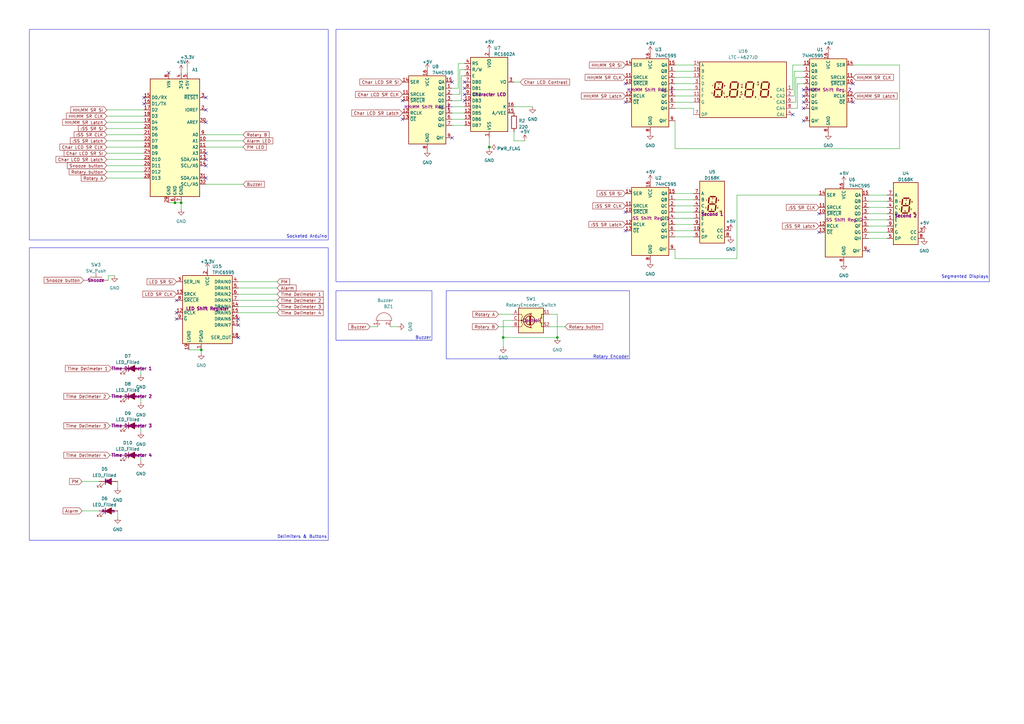
<source format=kicad_sch>
(kicad_sch (version 20230121) (generator eeschema)
  (paper "A3")
  (lib_symbols
    (symbol "74xx:74HC595"
      (property "Reference" "U" (at -7.62 13.97 0))
      (property "Value" "74HC595" (at -7.62 -16.51 0))
      (symbol "74HC595_1_0"
        (pin tri_state line (at 10.16 7.62 180) (length 2.54) (name "QB") (number "1"))
        (pin input line (at -10.16 2.54 0) (length 2.54) (name "~{SRCLR}") (number "10"))
        (pin input line (at -10.16 5.08 0) (length 2.54) (name "SRCLK") (number "11"))
        (pin input line (at -10.16 -2.54 0) (length 2.54) (name "RCLK") (number "12"))
        (pin input line (at -10.16 -5.08 0) (length 2.54) (name "~{OE}") (number "13"))
        (pin input line (at -10.16 10.16 0) (length 2.54) (name "SER") (number "14"))
        (pin tri_state line (at 10.16 10.16 180) (length 2.54) (name "QA") (number "15"))
        (pin power_in line (at 0 15.24 270) (length 2.54) (name "VCC") (number "16"))
        (pin tri_state line (at 10.16 5.08 180) (length 2.54) (name "QC") (number "2"))
        (pin tri_state line (at 10.16 2.54 180) (length 2.54) (name "QD") (number "3"))
        (pin tri_state line (at 10.16 0 180) (length 2.54) (name "QE") (number "4"))
        (pin tri_state line (at 10.16 -2.54 180) (length 2.54) (name "QF") (number "5"))
        (pin tri_state line (at 10.16 -5.08 180) (length 2.54) (name "QG") (number "6"))
        (pin tri_state line (at 10.16 -7.62 180) (length 2.54) (name "QH") (number "7"))
        (pin power_in line (at 0 -17.78 90) (length 2.54) (name "GND") (number "8"))
        (pin output line (at 10.16 -12.7 180) (length 2.54) (name "QH'") (number "9"))
      )
      (symbol "74HC595_1_1"
        (rectangle (start -7.62 12.7) (end 7.62 -15.24) (stroke (width 0.254)) (fill (type background)))
      )
    )
    (symbol "Device:Buzzer" (pin_names (offset 0.0254) hide)
      (property "Reference" "BZ" (at 3.81 1.27 0))
      (property "Value" "Buzzer" (at 3.81 -1.27 0))
      (symbol "Buzzer_0_1"
        (arc (start 0 -3.175) (mid 3.1612 0) (end 0 3.175))
        (polyline (pts (xy -1.651 1.905) (xy -1.143 1.905)))
        (polyline (pts (xy -1.397 2.159) (xy -1.397 1.651)))
        (polyline (pts (xy 0 3.175) (xy 0 -3.175)))
      )
      (symbol "Buzzer_1_1"
        (pin passive line (at -2.54 2.54 0) (length 2.54) (name "-") (number "1"))
        (pin passive line (at -2.54 -2.54 0) (length 2.54) (name "+") (number "2"))
      )
    )
    (symbol "Device:LED_Filled" (pin_numbers hide) (pin_names (offset 1.016) hide)
      (property "Reference" "D" (at 0 2.54 0))
      (property "Value" "LED_Filled" (at 0 -2.54 0))
      (symbol "LED_Filled_0_1"
        (polyline (pts (xy -1.27 -1.27) (xy -1.27 1.27)) (stroke (width 0.254)))
        (polyline (pts (xy -1.27 0) (xy 1.27 0)))
        (polyline (pts (xy 1.27 -1.27) (xy 1.27 1.27) (xy -1.27 0) (xy 1.27 -1.27)) (stroke (width 0.254)) (fill (type outline)))
        (polyline (pts (xy -3.048 -0.762) (xy -4.572 -2.286) (xy -3.81 -2.286) (xy -4.572 -2.286) (xy -4.572 -1.524)))
        (polyline (pts (xy -1.778 -0.762) (xy -3.302 -2.286) (xy -2.54 -2.286) (xy -3.302 -2.286) (xy -3.302 -1.524)))
      )
      (symbol "LED_Filled_1_1"
        (pin passive line (at -3.81 0 0) (length 2.54) (name "K") (number "1"))
        (pin passive line (at 3.81 0 180) (length 2.54) (name "A") (number "2"))
      )
    )
    (symbol "Device:R" (pin_numbers hide) (pin_names (offset 0))
      (property "Reference" "R" (at 2.032 0 90))
      (property "Value" "R" (at 0 0 90))
      (symbol "R_0_1"
        (rectangle (start -1.016 -2.54) (end 1.016 2.54) (stroke (width 0.254)))
      )
      (symbol "R_1_1"
        (pin passive line (at 0 3.81 270) (length 1.27) (name "~") (number "1"))
        (pin passive line (at 0 -3.81 90) (length 1.27) (name "~") (number "2"))
      )
    )
    (symbol "Device:RotaryEncoder_Switch" (pin_names (offset 0.254) hide)
      (property "Reference" "SW" (at 0 6.604 0))
      (property "Value" "RotaryEncoder_Switch" (at 0 -6.604 0))
      (symbol "RotaryEncoder_Switch_0_1"
        (rectangle (start -5.08 5.08) (end 5.08 -5.08) (stroke (width 0.254)) (fill (type background)))
        (circle (center -3.81 0) (radius 0.254) (fill (type outline)))
        (circle (center -0.381 0) (radius 1.905) (stroke (width 0.254)))
        (arc (start -0.381 2.667) (mid -3.0988 -0.0635) (end -0.381 -2.794) (stroke (width 0.254)))
        (polyline (pts (xy -0.635 -1.778) (xy -0.635 1.778)) (stroke (width 0.254)))
        (polyline (pts (xy -0.381 -1.778) (xy -0.381 1.778)) (stroke (width 0.254)))
        (polyline (pts (xy -0.127 1.778) (xy -0.127 -1.778)) (stroke (width 0.254)))
        (polyline (pts (xy 3.81 0) (xy 3.429 0)) (stroke (width 0.254)))
        (polyline (pts (xy 3.81 1.016) (xy 3.81 -1.016)) (stroke (width 0.254)))
        (polyline (pts (xy -5.08 -2.54) (xy -3.81 -2.54) (xy -3.81 -2.032)))
        (polyline (pts (xy -5.08 2.54) (xy -3.81 2.54) (xy -3.81 2.032)))
        (polyline (pts (xy 0.254 -3.048) (xy -0.508 -2.794) (xy 0.127 -2.413)) (stroke (width 0.254)))
        (polyline (pts (xy 0.254 2.921) (xy -0.508 2.667) (xy 0.127 2.286)) (stroke (width 0.254)))
        (polyline (pts (xy 5.08 -2.54) (xy 4.318 -2.54) (xy 4.318 -1.016)) (stroke (width 0.254)))
        (polyline (pts (xy 5.08 2.54) (xy 4.318 2.54) (xy 4.318 1.016)) (stroke (width 0.254)))
        (polyline (pts (xy -5.08 0) (xy -3.81 0) (xy -3.81 -1.016) (xy -3.302 -2.032)))
        (polyline (pts (xy -4.318 0) (xy -3.81 0) (xy -3.81 1.016) (xy -3.302 2.032)))
        (circle (center 4.318 -1.016) (radius 0.127) (stroke (width 0.254)))
        (circle (center 4.318 1.016) (radius 0.127) (stroke (width 0.254)))
      )
      (symbol "RotaryEncoder_Switch_1_1"
        (pin passive line (at -7.62 2.54 0) (length 2.54) (name "A") (number "A"))
        (pin passive line (at -7.62 -2.54 0) (length 2.54) (name "B") (number "B"))
        (pin passive line (at -7.62 0 0) (length 2.54) (name "C") (number "C"))
        (pin passive line (at 7.62 2.54 180) (length 2.54) (name "S1") (number "S1"))
        (pin passive line (at 7.62 -2.54 180) (length 2.54) (name "S2") (number "S2"))
      )
    )
    (symbol "Display_Character:D168K"
      (property "Reference" "U" (at -2.54 13.97 0))
      (property "Value" "D168K" (at 1.27 13.97 0))
      (symbol "D168K_0_0"
        (text "A" (at 0.254 5.588 0) (effects (font (size 0.508 0.508))))
        (text "B" (at 2.54 4.826 0) (effects (font (size 0.508 0.508))))
        (text "C" (at 2.286 1.778 0) (effects (font (size 0.508 0.508))))
        (text "D" (at -0.254 1.016 0) (effects (font (size 0.508 0.508))))
        (text "DP" (at 3.556 0.254 0) (effects (font (size 0.508 0.508))))
        (text "E" (at -2.54 1.778 0) (effects (font (size 0.508 0.508))))
        (text "F" (at -2.286 4.826 0) (effects (font (size 0.508 0.508))))
        (text "G" (at 0 4.064 0) (effects (font (size 0.508 0.508))))
      )
      (symbol "D168K_0_1"
        (rectangle (start -5.08 12.7) (end 5.08 -12.7) (stroke (width 0.254)) (fill (type background)))
        (polyline (pts (xy -1.524 2.794) (xy -1.778 0.762)) (stroke (width 0.508)))
        (polyline (pts (xy -1.27 0.254) (xy 0.762 0.254)) (stroke (width 0.508)))
        (polyline (pts (xy -1.27 5.842) (xy -1.524 3.81)) (stroke (width 0.508)))
        (polyline (pts (xy -1.016 3.302) (xy 1.016 3.302)) (stroke (width 0.508)))
        (polyline (pts (xy -0.762 6.35) (xy 1.27 6.35)) (stroke (width 0.508)))
        (polyline (pts (xy 1.524 2.794) (xy 1.27 0.762)) (stroke (width 0.508)))
        (polyline (pts (xy 1.778 5.842) (xy 1.524 3.81)) (stroke (width 0.508)))
        (polyline (pts (xy 2.54 0.254) (xy 2.54 0.254)) (stroke (width 0.508)))
      )
      (symbol "D168K_1_1"
        (pin input line (at -7.62 -2.54 0) (length 2.54) (name "E") (number "1"))
        (pin input line (at -7.62 -7.62 0) (length 2.54) (name "G") (number "10"))
        (pin input line (at -7.62 0 0) (length 2.54) (name "D") (number "2"))
        (pin input line (at 7.62 -7.62 180) (length 2.54) (name "CC") (number "3"))
        (pin input line (at -7.62 2.54 0) (length 2.54) (name "C") (number "4"))
        (pin input line (at -7.62 -10.16 0) (length 2.54) (name "DP") (number "5"))
        (pin input line (at -7.62 5.08 0) (length 2.54) (name "B") (number "6"))
        (pin input line (at -7.62 7.62 0) (length 2.54) (name "A") (number "7"))
        (pin input line (at 7.62 -10.16 180) (length 2.54) (name "CC") (number "8"))
        (pin input line (at -7.62 -5.08 0) (length 2.54) (name "F") (number "9"))
      )
    )
    (symbol "Display_Character:LTC-4627JD"
      (property "Reference" "U" (at -17.78 12.7 0))
      (property "Value" "LTC-4627JD" (at 17.78 12.7 0))
      (symbol "LTC-4627JD_0_1"
        (rectangle (start -17.78 -11.43) (end 17.78 11.43) (stroke (width 0.254)) (fill (type background)))
        (rectangle (start -6.35 -3.81) (end -6.35 -3.81) (stroke (width 0.254)))
        (rectangle (start 0 -3.81) (end 0 -3.81) (stroke (width 0.254)))
        (polyline (pts (xy -6.35 -3.81) (xy -6.35 -3.81)) (stroke (width 0.254)))
        (polyline (pts (xy 0 -3.81) (xy 0 -3.81)) (stroke (width 0.254)))
        (polyline (pts (xy 6.35 -3.81) (xy 6.35 -3.81)) (stroke (width 0.254)))
        (polyline (pts (xy 12.7 -3.81) (xy 12.7 -3.81)) (stroke (width 0.254)))
        (rectangle (start 6.35 -3.81) (end 6.35 -3.81) (stroke (width 0.254)))
        (rectangle (start 12.7 -3.81) (end 12.7 -3.81) (stroke (width 0.254)))
      )
      (symbol "LTC-4627JD_1_0"
        (text "A" (at -9.906 2.413 0) (effects (font (size 0.508 0.508))))
        (text "B" (at -7.62 1.651 0) (effects (font (size 0.508 0.508))))
        (text "C" (at -7.874 -1.397 0) (effects (font (size 0.508 0.508))))
        (text "D" (at -10.414 -2.159 0) (effects (font (size 0.508 0.508))))
        (text "DP" (at -6.604 -2.921 0) (effects (font (size 0.508 0.508))))
        (text "E" (at -12.7 -1.397 0) (effects (font (size 0.508 0.508))))
        (text "F" (at -12.446 1.651 0) (effects (font (size 0.508 0.508))))
        (text "G" (at -10.16 0.889 0) (effects (font (size 0.508 0.508))))
        (text "L1" (at -0.508 2.159 0) (effects (font (size 0.508 0.508))))
        (text "L2" (at -0.762 -1.905 0) (effects (font (size 0.508 0.508))))
        (text "L3" (at 6.096 2.159 0) (effects (font (size 0.508 0.508))))
      )
      (symbol "LTC-4627JD_1_1"
        (polyline (pts (xy -11.684 -0.381) (xy -11.938 -2.413)) (stroke (width 0.508)))
        (polyline (pts (xy -11.43 -2.921) (xy -9.398 -2.921)) (stroke (width 0.508)))
        (polyline (pts (xy -11.43 2.667) (xy -11.684 0.635)) (stroke (width 0.508)))
        (polyline (pts (xy -11.176 0.127) (xy -9.144 0.127)) (stroke (width 0.508)))
        (polyline (pts (xy -10.922 3.175) (xy -8.89 3.175)) (stroke (width 0.508)))
        (polyline (pts (xy -8.636 -0.381) (xy -8.89 -2.413)) (stroke (width 0.508)))
        (polyline (pts (xy -8.382 2.667) (xy -8.636 0.635)) (stroke (width 0.508)))
        (polyline (pts (xy -7.62 -3.048) (xy -7.62 -2.921)) (stroke (width 0.508)))
        (polyline (pts (xy -5.334 -0.381) (xy -5.588 -2.413)) (stroke (width 0.508)))
        (polyline (pts (xy -5.08 -2.921) (xy -3.048 -2.921)) (stroke (width 0.508)))
        (polyline (pts (xy -5.08 2.667) (xy -5.334 0.635)) (stroke (width 0.508)))
        (polyline (pts (xy -4.826 0.127) (xy -2.794 0.127)) (stroke (width 0.508)))
        (polyline (pts (xy -4.572 3.175) (xy -2.54 3.175)) (stroke (width 0.508)))
        (polyline (pts (xy -2.286 -0.381) (xy -2.54 -2.413)) (stroke (width 0.508)))
        (polyline (pts (xy -2.032 2.667) (xy -2.286 0.635)) (stroke (width 0.508)))
        (polyline (pts (xy -1.27 -3.048) (xy -1.27 -2.921)) (stroke (width 0.508)))
        (polyline (pts (xy -0.762 -1.016) (xy -0.762 -0.889)) (stroke (width 0.508)))
        (polyline (pts (xy -0.508 1.016) (xy -0.508 1.143)) (stroke (width 0.508)))
        (polyline (pts (xy 1.016 -0.381) (xy 0.762 -2.413)) (stroke (width 0.508)))
        (polyline (pts (xy 1.27 -2.921) (xy 3.302 -2.921)) (stroke (width 0.508)))
        (polyline (pts (xy 1.27 2.667) (xy 1.016 0.635)) (stroke (width 0.508)))
        (polyline (pts (xy 1.524 0.127) (xy 3.556 0.127)) (stroke (width 0.508)))
        (polyline (pts (xy 1.778 3.175) (xy 3.81 3.175)) (stroke (width 0.508)))
        (polyline (pts (xy 4.064 -0.381) (xy 3.81 -2.413)) (stroke (width 0.508)))
        (polyline (pts (xy 4.318 2.667) (xy 4.064 0.635)) (stroke (width 0.508)))
        (polyline (pts (xy 5.08 -3.048) (xy 5.08 -2.921)) (stroke (width 0.508)))
        (polyline (pts (xy 6.096 3.048) (xy 6.096 3.175)) (stroke (width 0.508)))
        (polyline (pts (xy 7.366 -0.381) (xy 7.112 -2.413)) (stroke (width 0.508)))
        (polyline (pts (xy 7.62 -2.921) (xy 9.652 -2.921)) (stroke (width 0.508)))
        (polyline (pts (xy 7.62 2.667) (xy 7.366 0.635)) (stroke (width 0.508)))
        (polyline (pts (xy 7.874 0.127) (xy 9.906 0.127)) (stroke (width 0.508)))
        (polyline (pts (xy 8.128 3.175) (xy 10.16 3.175)) (stroke (width 0.508)))
        (polyline (pts (xy 10.414 -0.381) (xy 10.16 -2.413)) (stroke (width 0.508)))
        (polyline (pts (xy 10.668 2.667) (xy 10.414 0.635)) (stroke (width 0.508)))
        (polyline (pts (xy 11.43 -3.048) (xy 11.43 -2.921)) (stroke (width 0.508)))
        (pin input line (at 20.32 0 180) (length 2.54) (name "CA1") (number "1"))
        (pin input line (at -20.32 -2.54 0) (length 2.54) (name "F") (number "11"))
        (pin input line (at -20.32 5.08 0) (length 2.54) (name "C") (number "13"))
        (pin input line (at -20.32 10.16 0) (length 2.54) (name "A") (number "14"))
        (pin input line (at -20.32 -5.08 0) (length 2.54) (name "G") (number "15"))
        (pin input line (at -20.32 7.62 0) (length 2.54) (name "B") (number "16"))
        (pin input line (at 20.32 -2.54 180) (length 2.54) (name "CA2") (number "2"))
        (pin input line (at -20.32 2.54 0) (length 2.54) (name "D") (number "3"))
        (pin input line (at 20.32 -10.16 180) (length 2.54) (name "CAL") (number "4"))
        (pin input line (at -20.32 0 0) (length 2.54) (name "E") (number "5"))
        (pin input line (at 20.32 -5.08 180) (length 2.54) (name "CA3") (number "6"))
        (pin input line (at -20.32 -10.16 0) (length 2.54) (name "DP") (number "7"))
        (pin input line (at 20.32 -7.62 180) (length 2.54) (name "CA4") (number "8"))
        (pin no_connect line (at 17.78 7.62 180) (length 2.54) hide (name "NC") (number "9"))
      )
    )
    (symbol "Display_Character:RC1602A"
      (property "Reference" "U" (at -6.35 16.51 0))
      (property "Value" "RC1602A" (at 2.794 16.51 0))
      (symbol "RC1602A_0_1"
        (rectangle (start -7.62 15.24) (end 7.62 -15.24) (stroke (width 0.254)) (fill (type background)))
      )
      (symbol "RC1602A_1_1"
        (pin power_in line (at 0 -17.78 90) (length 2.54) (name "VSS") (number "1"))
        (pin bidirectional line (at -10.16 -2.54 0) (length 2.54) (name "DB3") (number "10"))
        (pin bidirectional line (at -10.16 -5.08 0) (length 2.54) (name "DB4") (number "11"))
        (pin bidirectional line (at -10.16 -7.62 0) (length 2.54) (name "DB5") (number "12"))
        (pin bidirectional line (at -10.16 -10.16 0) (length 2.54) (name "DB6") (number "13"))
        (pin bidirectional line (at -10.16 -12.7 0) (length 2.54) (name "DB7") (number "14"))
        (pin power_in line (at 10.16 -7.62 180) (length 2.54) (name "A/VEE") (number "15"))
        (pin power_in line (at 10.16 -5.08 180) (length 2.54) (name "K") (number "16"))
        (pin power_in line (at 0 17.78 270) (length 2.54) (name "VDD") (number "2"))
        (pin power_in line (at 10.16 5.08 180) (length 2.54) (name "VO") (number "3"))
        (pin input line (at -10.16 12.7 0) (length 2.54) (name "RS") (number "4"))
        (pin input line (at -10.16 10.16 0) (length 2.54) (name "R/W") (number "5"))
        (pin input line (at -10.16 7.62 0) (length 2.54) (name "E") (number "6"))
        (pin bidirectional line (at -10.16 5.08 0) (length 2.54) (name "DB0") (number "7"))
        (pin bidirectional line (at -10.16 2.54 0) (length 2.54) (name "DB1") (number "8"))
        (pin bidirectional line (at -10.16 0 0) (length 2.54) (name "DB2") (number "9"))
      )
    )
    (symbol "Interface_Expansion:TPIC6595" (pin_names (offset 0.381))
      (property "Reference" "U" (at -8.89 13.97 0))
      (property "Value" "TPIC6595" (at 6.35 13.97 0))
      (symbol "TPIC6595_0_1"
        (rectangle (start -10.16 12.7) (end 10.16 -15.24) (stroke (width 0.254)) (fill (type background)))
      )
      (symbol "TPIC6595_1_1"
        (pin power_in line (at -2.54 -17.78 90) (length 2.54) (name "PGND") (number "1"))
        (pin passive line (at -2.54 -17.78 90) (length 2.54) hide (name "PGND") (number "10"))
        (pin passive line (at -2.54 -17.78 90) (length 2.54) hide (name "PGND") (number "11"))
        (pin input line (at -12.7 -2.54 0) (length 2.54) (name "RCLK") (number "12"))
        (pin input line (at -12.7 5.08 0) (length 2.54) (name "SRCK") (number "13"))
        (pin open_collector line (at 12.7 0 180) (length 2.54) (name "DRAIN4") (number "14"))
        (pin open_collector line (at 12.7 -2.54 180) (length 2.54) (name "DRAIN5") (number "15"))
        (pin open_collector line (at 12.7 -5.08 180) (length 2.54) (name "DRAIN6") (number "16"))
        (pin open_collector line (at 12.7 -7.62 180) (length 2.54) (name "DRAIN7") (number "17"))
        (pin output line (at 12.7 -12.7 180) (length 2.54) (name "SER_OUT") (number "18"))
        (pin power_in line (at -7.62 -17.78 90) (length 2.54) (name "LGND") (number "19"))
        (pin power_in line (at 0 15.24 270) (length 2.54) (name "VCC") (number "2"))
        (pin passive line (at -2.54 -17.78 90) (length 2.54) hide (name "PGND") (number "20"))
        (pin input line (at -12.7 10.16 0) (length 2.54) (name "SER_IN") (number "3"))
        (pin open_collector line (at 12.7 10.16 180) (length 2.54) (name "DRAIN0") (number "4"))
        (pin open_collector line (at 12.7 7.62 180) (length 2.54) (name "DRAIN1") (number "5"))
        (pin open_collector line (at 12.7 5.08 180) (length 2.54) (name "DRAIN2") (number "6"))
        (pin open_collector line (at 12.7 2.54 180) (length 2.54) (name "DRAIN3") (number "7"))
        (pin input line (at -12.7 2.54 0) (length 2.54) (name "~{SRCLR}") (number "8"))
        (pin input line (at -12.7 -5.08 0) (length 2.54) (name "~{G}") (number "9"))
      )
    )
    (symbol "MCU_Module:Arduino_UNO_R3"
      (property "Reference" "A" (at -10.16 23.495 0))
      (property "Value" "Arduino_UNO_R3" (at 5.08 -26.67 0))
      (symbol "Arduino_UNO_R3_0_1"
        (rectangle (start -10.16 22.86) (end 10.16 -25.4) (stroke (width 0.254)) (fill (type background)))
      )
      (symbol "Arduino_UNO_R3_1_1"
        (pin no_connect line (at -10.16 -20.32 0) (length 2.54) hide (name "NC") (number "1"))
        (pin bidirectional line (at 12.7 -2.54 180) (length 2.54) (name "A1") (number "10"))
        (pin bidirectional line (at 12.7 -5.08 180) (length 2.54) (name "A2") (number "11"))
        (pin bidirectional line (at 12.7 -7.62 180) (length 2.54) (name "A3") (number "12"))
        (pin bidirectional line (at 12.7 -10.16 180) (length 2.54) (name "SDA/A4") (number "13"))
        (pin bidirectional line (at 12.7 -12.7 180) (length 2.54) (name "SCL/A5") (number "14"))
        (pin bidirectional line (at -12.7 15.24 0) (length 2.54) (name "D0/RX") (number "15"))
        (pin bidirectional line (at -12.7 12.7 0) (length 2.54) (name "D1/TX") (number "16"))
        (pin bidirectional line (at -12.7 10.16 0) (length 2.54) (name "D2") (number "17"))
        (pin bidirectional line (at -12.7 7.62 0) (length 2.54) (name "D3") (number "18"))
        (pin bidirectional line (at -12.7 5.08 0) (length 2.54) (name "D4") (number "19"))
        (pin output line (at 12.7 10.16 180) (length 2.54) (name "IOREF") (number "2"))
        (pin bidirectional line (at -12.7 2.54 0) (length 2.54) (name "D5") (number "20"))
        (pin bidirectional line (at -12.7 0 0) (length 2.54) (name "D6") (number "21"))
        (pin bidirectional line (at -12.7 -2.54 0) (length 2.54) (name "D7") (number "22"))
        (pin bidirectional line (at -12.7 -5.08 0) (length 2.54) (name "D8") (number "23"))
        (pin bidirectional line (at -12.7 -7.62 0) (length 2.54) (name "D9") (number "24"))
        (pin bidirectional line (at -12.7 -10.16 0) (length 2.54) (name "D10") (number "25"))
        (pin bidirectional line (at -12.7 -12.7 0) (length 2.54) (name "D11") (number "26"))
        (pin bidirectional line (at -12.7 -15.24 0) (length 2.54) (name "D12") (number "27"))
        (pin bidirectional line (at -12.7 -17.78 0) (length 2.54) (name "D13") (number "28"))
        (pin power_in line (at -2.54 -27.94 90) (length 2.54) (name "GND") (number "29"))
        (pin input line (at 12.7 15.24 180) (length 2.54) (name "~{RESET}") (number "3"))
        (pin input line (at 12.7 5.08 180) (length 2.54) (name "AREF") (number "30"))
        (pin bidirectional line (at 12.7 -17.78 180) (length 2.54) (name "SDA/A4") (number "31"))
        (pin bidirectional line (at 12.7 -20.32 180) (length 2.54) (name "SCL/A5") (number "32"))
        (pin power_out line (at 2.54 25.4 270) (length 2.54) (name "3V3") (number "4"))
        (pin power_out line (at 5.08 25.4 270) (length 2.54) (name "+5V") (number "5"))
        (pin power_in line (at 0 -27.94 90) (length 2.54) (name "GND") (number "6"))
        (pin power_in line (at 2.54 -27.94 90) (length 2.54) (name "GND") (number "7"))
        (pin power_in line (at -2.54 25.4 270) (length 2.54) (name "VIN") (number "8"))
        (pin bidirectional line (at 12.7 0 180) (length 2.54) (name "A0") (number "9"))
      )
    )
    (symbol "Switch:SW_Push" (pin_numbers hide) (pin_names (offset 1.016) hide)
      (property "Reference" "SW" (at 1.27 2.54 0))
      (property "Value" "SW_Push" (at 0 -1.524 0))
      (symbol "SW_Push_0_1"
        (circle (center -2.032 0) (radius 0.508))
        (polyline (pts (xy 0 1.27) (xy 0 3.048)))
        (polyline (pts (xy 2.54 1.27) (xy -2.54 1.27)))
        (circle (center 2.032 0) (radius 0.508))
        (pin passive line (at -5.08 0 0) (length 2.54) (name "1") (number "1"))
        (pin passive line (at 5.08 0 180) (length 2.54) (name "2") (number "2"))
      )
    )
    (symbol "power:+3.3V" (power) (pin_names (offset 0))
      (property "Value" "+3.3V" (at 0 3.556 0))
      (symbol "+3.3V_0_1"
        (polyline (pts (xy -0.762 1.27) (xy 0 2.54)))
        (polyline (pts (xy 0 0) (xy 0 2.54)))
        (polyline (pts (xy 0 2.54) (xy 0.762 1.27)))
      )
      (symbol "+3.3V_1_1"
        (pin power_in line (at 0 0 90) (length 0) hide (name "+3.3V") (number "1"))
      )
    )
    (symbol "power:+5V" (power) (pin_names (offset 0))
      (property "Value" "+5V" (at 0 3.556 0))
      (symbol "+5V_0_1"
        (polyline (pts (xy -0.762 1.27) (xy 0 2.54)))
        (polyline (pts (xy 0 0) (xy 0 2.54)))
        (polyline (pts (xy 0 2.54) (xy 0.762 1.27)))
      )
      (symbol "+5V_1_1"
        (pin power_in line (at 0 0 90) (length 0) hide (name "+5V") (number "1"))
      )
    )
    (symbol "power:GND" (power) (pin_names (offset 0))
      (property "Value" "GND" (at 0 -3.81 0))
      (symbol "GND_0_1"
        (polyline (pts (xy 0 0) (xy 0 -1.27) (xy 1.27 -1.27) (xy 0 -2.54) (xy -1.27 -1.27) (xy 0 -1.27)))
      )
      (symbol "GND_1_1"
        (pin power_in line (at 0 0 270) (length 0) hide (name "GND") (number "1"))
      )
    )
    (symbol "power:PWR_FLAG" (power) (pin_numbers hide) (pin_names (offset 0) hide)
      (property "Value" "PWR_FLAG" (at 0 3.81 0))
      (symbol "PWR_FLAG_0_0"
        (pin power_out line (at 0 0 90) (length 0) (name "pwr") (number "1"))
      )
      (symbol "PWR_FLAG_0_1"
        (polyline (pts (xy 0 0) (xy 0 1.27) (xy -1.016 1.905) (xy 0 2.54) (xy 1.016 1.905) (xy 0 1.27)))
      )
    )
  )
  (junction (at 206.375 138.43))
  (junction (at 82.55 143.51))
  (junction (at 71.755 83.185))
  (junction (at 200.66 60.325))
  (junction (at 228.6 138.43))
  (junction (at 74.295 83.185))
  (no_connect (at 329.565 41.91))
  (no_connect (at 185.42 33.655))
  (no_connect (at 256.54 86.995))
  (no_connect (at 84.455 73.025))
  (no_connect (at 335.915 87.63))
  (no_connect (at 97.79 133.35))
  (no_connect (at 190.5 38.735))
  (no_connect (at 185.42 56.515))
  (no_connect (at 356.235 102.87))
  (no_connect (at 190.5 33.655))
  (no_connect (at 190.5 41.275))
  (no_connect (at 256.54 34.29))
  (no_connect (at 84.455 62.865))
  (no_connect (at 329.565 49.53))
  (no_connect (at 72.39 128.27))
  (no_connect (at 84.455 67.945))
  (no_connect (at 84.455 50.165))
  (no_connect (at 349.885 34.29))
  (no_connect (at 84.455 45.085))
  (no_connect (at 329.565 39.37))
  (no_connect (at 335.915 95.25))
  (no_connect (at 165.1 48.895))
  (no_connect (at 256.54 41.91))
  (no_connect (at 329.565 36.83))
  (no_connect (at 84.455 65.405))
  (no_connect (at 69.215 29.845))
  (no_connect (at 97.79 130.81))
  (no_connect (at 165.1 41.275))
  (no_connect (at 72.39 123.19))
  (no_connect (at 72.39 130.81))
  (no_connect (at 84.455 40.005))
  (no_connect (at 256.54 94.615))
  (no_connect (at 349.885 41.91))
  (no_connect (at 329.565 44.45))
  (no_connect (at 97.79 138.43))
  (no_connect (at 190.5 36.195))
  (no_connect (at 59.055 40.005))
  (no_connect (at 59.055 42.545))
  (no_connect (at 325.12 46.99))
  (wire (pts (xy 74.295 85.725) (xy 74.295 83.185)))
  (wire (pts (xy 206.375 131.445) (xy 206.375 138.43)))
  (wire (pts (xy 284.48 36.83) (xy 276.86 36.83)))
  (wire (pts (xy 327.025 44.45) (xy 325.12 44.45)))
  (wire (pts (xy 48.26 200.025) (xy 48.26 197.485)))
  (wire (pts (xy 363.855 92.71) (xy 356.235 92.71)))
  (wire (pts (xy 231.775 133.985) (xy 225.425 133.985)))
  (wire (pts (xy 99.695 75.565) (xy 84.455 75.565)))
  (wire (pts (xy 329.565 29.21) (xy 325.755 29.21)))
  (wire (pts (xy 187.96 26.035) (xy 190.5 26.035)))
  (wire (pts (xy 284.48 44.45) (xy 284.48 46.99)))
  (wire (pts (xy 284.48 31.75) (xy 276.86 31.75)))
  (wire (pts (xy 99.695 60.325) (xy 84.455 60.325)))
  (wire (pts (xy 363.855 97.79) (xy 356.235 97.79)))
  (wire (pts (xy 284.48 84.455) (xy 276.86 84.455)))
  (wire (pts (xy 329.565 34.29) (xy 327.025 34.29)))
  (wire (pts (xy 45.085 186.69) (xy 50.165 186.69)))
  (wire (pts (xy 45.72 151.13) (xy 50.165 151.13)))
  (wire (pts (xy 43.815 50.165) (xy 59.055 50.165)))
  (wire (pts (xy 284.48 41.91) (xy 276.86 41.91)))
  (wire (pts (xy 185.42 43.815) (xy 190.5 43.815)))
  (wire (pts (xy 185.42 51.435) (xy 190.5 51.435)))
  (wire (pts (xy 74.295 29.21) (xy 74.295 29.845)))
  (wire (pts (xy 326.39 41.91) (xy 325.12 41.91)))
  (wire (pts (xy 206.375 138.43) (xy 228.6 138.43)))
  (wire (pts (xy 228.6 138.43) (xy 228.6 128.905)))
  (wire (pts (xy 185.42 36.195) (xy 187.96 36.195)))
  (wire (pts (xy 284.48 39.37) (xy 276.86 39.37)))
  (wire (pts (xy 210.82 33.655) (xy 213.36 33.655)))
  (wire (pts (xy 57.785 189.23) (xy 57.785 186.69)))
  (wire (pts (xy 185.42 48.895) (xy 190.5 48.895)))
  (wire (pts (xy 325.755 29.21) (xy 325.755 39.37)))
  (wire (pts (xy 43.815 45.085) (xy 59.055 45.085)))
  (wire (pts (xy 363.855 87.63) (xy 356.235 87.63)))
  (wire (pts (xy 43.815 52.705) (xy 59.055 52.705)))
  (wire (pts (xy 302.26 80.01) (xy 335.915 80.01)))
  (wire (pts (xy 215.265 57.785) (xy 210.82 57.785)))
  (wire (pts (xy 363.855 85.09) (xy 356.235 85.09)))
  (wire (pts (xy 368.935 26.67) (xy 349.885 26.67)))
  (wire (pts (xy 210.82 43.815) (xy 218.44 43.815)))
  (wire (pts (xy 276.86 106.045) (xy 302.26 106.045)))
  (wire (pts (xy 200.66 60.96) (xy 200.66 60.325)))
  (wire (pts (xy 284.48 86.995) (xy 276.86 86.995)))
  (wire (pts (xy 45.085 162.56) (xy 50.165 162.56)))
  (wire (pts (xy 33.655 197.485) (xy 40.64 197.485)))
  (wire (pts (xy 326.39 31.75) (xy 326.39 41.91)))
  (wire (pts (xy 99.695 55.245) (xy 84.455 55.245)))
  (wire (pts (xy 69.215 83.185) (xy 71.755 83.185)))
  (wire (pts (xy 284.48 26.67) (xy 276.86 26.67)))
  (wire (pts (xy 284.48 92.075) (xy 276.86 92.075)))
  (wire (pts (xy 206.375 138.43) (xy 206.375 142.24)))
  (wire (pts (xy 44.45 113.03) (xy 46.99 113.03)))
  (wire (pts (xy 71.755 83.185) (xy 74.295 83.185)))
  (wire (pts (xy 276.86 60.96) (xy 368.935 60.96)))
  (wire (pts (xy 43.815 57.785) (xy 59.055 57.785)))
  (wire (pts (xy 76.835 27.305) (xy 76.835 29.845)))
  (wire (pts (xy 97.79 118.11) (xy 113.665 118.11)))
  (wire (pts (xy 97.79 120.65) (xy 113.665 120.65)))
  (wire (pts (xy 284.48 29.21) (xy 276.86 29.21)))
  (wire (pts (xy 327.025 34.29) (xy 327.025 44.45)))
  (wire (pts (xy 45.085 174.625) (xy 50.165 174.625)))
  (wire (pts (xy 163.195 133.985) (xy 160.02 133.985)))
  (wire (pts (xy 187.96 36.195) (xy 187.96 26.035)))
  (wire (pts (xy 284.48 97.155) (xy 276.86 97.155)))
  (wire (pts (xy 44.45 113.03) (xy 44.45 114.935)))
  (wire (pts (xy 185.42 46.355) (xy 190.5 46.355)))
  (wire (pts (xy 284.48 89.535) (xy 276.86 89.535)))
  (wire (pts (xy 284.48 34.29) (xy 276.86 34.29)))
  (wire (pts (xy 97.79 123.19) (xy 113.665 123.19)))
  (wire (pts (xy 284.48 44.45) (xy 276.86 44.45)))
  (wire (pts (xy 302.26 106.045) (xy 302.26 80.01)))
  (wire (pts (xy 43.815 47.625) (xy 59.055 47.625)))
  (wire (pts (xy 325.12 26.67) (xy 325.12 36.83)))
  (wire (pts (xy 276.86 49.53) (xy 276.86 60.96)))
  (wire (pts (xy 82.55 143.51) (xy 82.55 144.78)))
  (wire (pts (xy 200.66 60.325) (xy 200.66 56.515)))
  (wire (pts (xy 151.765 133.985) (xy 154.94 133.985)))
  (wire (pts (xy 204.47 133.985) (xy 210.185 133.985)))
  (wire (pts (xy 185.42 38.735) (xy 188.595 38.735)))
  (wire (pts (xy 97.79 115.57) (xy 113.665 115.57)))
  (wire (pts (xy 276.86 102.235) (xy 276.86 106.045)))
  (wire (pts (xy 43.815 73.025) (xy 59.055 73.025)))
  (wire (pts (xy 99.695 57.785) (xy 84.455 57.785)))
  (wire (pts (xy 363.855 80.01) (xy 356.235 80.01)))
  (wire (pts (xy 228.6 128.905) (xy 225.425 128.905)))
  (wire (pts (xy 210.82 53.975) (xy 210.82 57.785)))
  (wire (pts (xy 189.23 31.115) (xy 190.5 31.115)))
  (wire (pts (xy 57.785 177.165) (xy 57.785 174.625)))
  (wire (pts (xy 43.815 67.945) (xy 59.055 67.945)))
  (wire (pts (xy 206.375 131.445) (xy 210.185 131.445)))
  (wire (pts (xy 189.23 41.275) (xy 189.23 31.115)))
  (wire (pts (xy 368.935 26.67) (xy 368.935 60.96)))
  (wire (pts (xy 363.855 95.25) (xy 356.235 95.25)))
  (wire (pts (xy 43.815 65.405) (xy 59.055 65.405)))
  (wire (pts (xy 57.785 165.1) (xy 57.785 162.56)))
  (wire (pts (xy 325.755 39.37) (xy 325.12 39.37)))
  (wire (pts (xy 97.79 128.27) (xy 113.665 128.27)))
  (wire (pts (xy 48.26 212.09) (xy 48.26 209.55)))
  (wire (pts (xy 284.48 79.375) (xy 276.86 79.375)))
  (wire (pts (xy 97.79 125.73) (xy 113.665 125.73)))
  (wire (pts (xy 77.47 143.51) (xy 82.55 143.51)))
  (wire (pts (xy 363.855 90.17) (xy 356.235 90.17)))
  (wire (pts (xy 33.655 209.55) (xy 40.64 209.55)))
  (wire (pts (xy 204.47 128.905) (xy 210.185 128.905)))
  (wire (pts (xy 329.565 26.67) (xy 325.12 26.67)))
  (wire (pts (xy 329.565 31.75) (xy 326.39 31.75)))
  (wire (pts (xy 185.42 41.275) (xy 189.23 41.275)))
  (wire (pts (xy 57.785 153.67) (xy 57.785 151.13)))
  (wire (pts (xy 188.595 38.735) (xy 188.595 28.575)))
  (wire (pts (xy 43.815 60.325) (xy 59.055 60.325)))
  (wire (pts (xy 43.815 70.485) (xy 59.055 70.485)))
  (wire (pts (xy 43.815 62.865) (xy 59.055 62.865)))
  (wire (pts (xy 188.595 28.575) (xy 190.5 28.575)))
  (wire (pts (xy 284.48 81.915) (xy 276.86 81.915)))
  (wire (pts (xy 363.855 82.55) (xy 356.235 82.55)))
  (wire (pts (xy 43.815 55.245) (xy 59.055 55.245)))
  (wire (pts (xy 284.48 94.615) (xy 276.86 94.615)))
  (rectangle (start 12.065 12.065) (end 134.62 98.425))
  (rectangle (start 137.795 12.065) (end 405.765 115.57))
  (rectangle (start 137.795 119.253) (end 177.165 139.573))
  (rectangle (start 183.007 119.253) (end 258.191 147.193))
  (rectangle (start 12.065 101.6) (end 134.62 221.615))
  (text "Socketed Arduino" (at 117.475 97.79 0) (effects (font (size 1.27 1.27)) (justify left bottom)))
  (text "Buzzer" (at 170.307 139.319 0) (effects (font (size 1.27 1.27)) (justify left bottom)))
  (text "Segmented Displays" (at 386.08 114.3 0) (effects (font (size 1.27 1.27)) (justify left bottom)))
  (text "Rotary Encoder" (at 243.205 147.193 0) (effects (font (size 1.27 1.27)) (justify left bottom)))
  (text "Delimiters & Buttons" (at 113.665 220.98 0) (effects (font (size 1.27 1.27)) (justify left bottom)))
  (global_label "HH:MM SR SI" (shape input) (at 43.815 45.085 180) (property "Intersheetrefs" "${INTERSHEET_REFS}" (effects hide)))
  (global_label "Rotary B" (shape input) (at 99.695 55.245 0) (property "Intersheetrefs" "${INTERSHEET_REFS}" (effects hide)))
  (global_label "Alarm" (shape input) (at 33.655 209.55 180) (property "Intersheetrefs" "${INTERSHEET_REFS}" (effects hide)))
  (global_label "Rotary A" (shape input) (at 43.815 73.025 180) (property "Intersheetrefs" "${INTERSHEET_REFS}" (effects hide)))
  (global_label ":SS SR CLK" (shape input) (at 335.915 85.09 180) (property "Intersheetrefs" "${INTERSHEET_REFS}" (effects hide)))
  (global_label "Char LCD SR SI" (shape input) (at 43.815 62.865 180) (property "Intersheetrefs" "${INTERSHEET_REFS}" (effects hide)))
  (global_label "HH:MM SR Latch" (shape input) (at 43.815 50.165 180) (property "Intersheetrefs" "${INTERSHEET_REFS}" (effects hide)))
  (global_label "Char LCD SR CLK" (shape input) (at 165.1 38.735 180) (property "Intersheetrefs" "${INTERSHEET_REFS}" (effects hide)))
  (global_label "PM" (shape input) (at 113.665 115.57 0) (property "Intersheetrefs" "${INTERSHEET_REFS}" (effects hide)))
  (global_label "HH:MM SR Latch" (shape input) (at 349.885 39.37 0) (property "Intersheetrefs" "${INTERSHEET_REFS}" (effects hide)))
  (global_label "Rotary A" (shape input) (at 204.47 128.905 180) (property "Intersheetrefs" "${INTERSHEET_REFS}" (effects hide)))
  (global_label "HH:MM SR CLK" (shape input) (at 43.815 47.625 180) (property "Intersheetrefs" "${INTERSHEET_REFS}" (effects hide)))
  (global_label ":SS SR Latch" (shape input) (at 256.54 92.075 180) (property "Intersheetrefs" "${INTERSHEET_REFS}" (effects hide)))
  (global_label "LED SR SI" (shape input) (at 72.39 115.57 180) (property "Intersheetrefs" "${INTERSHEET_REFS}" (effects hide)))
  (global_label "Alarm LED" (shape input) (at 99.695 57.785 0) (property "Intersheetrefs" "${INTERSHEET_REFS}" (effects hide)))
  (global_label "Time Delimeter 2" (shape input) (at 113.665 123.19 0) (property "Intersheetrefs" "${INTERSHEET_REFS}" (effects hide)))
  (global_label ":SS SR SI" (shape input) (at 256.54 79.375 180) (property "Intersheetrefs" "${INTERSHEET_REFS}" (effects hide)))
  (global_label ":SS SR Latch" (shape input) (at 43.815 57.785 180) (property "Intersheetrefs" "${INTERSHEET_REFS}" (effects hide)))
  (global_label ":SS SR SI" (shape input) (at 43.815 52.705 180) (property "Intersheetrefs" "${INTERSHEET_REFS}" (effects hide)))
  (global_label "PM" (shape input) (at 33.655 197.485 180) (property "Intersheetrefs" "${INTERSHEET_REFS}" (effects hide)))
  (global_label "Time Delimeter 2" (shape input) (at 45.085 162.56 180) (property "Intersheetrefs" "${INTERSHEET_REFS}" (effects hide)))
  (global_label ":SS SR Latch" (shape input) (at 335.915 92.71 180) (property "Intersheetrefs" "${INTERSHEET_REFS}" (effects hide)))
  (global_label "Rotary B" (shape input) (at 204.47 133.985 180) (property "Intersheetrefs" "${INTERSHEET_REFS}" (effects hide)))
  (global_label "Char LCD Contrast" (shape input) (at 213.36 33.655 0) (property "Intersheetrefs" "${INTERSHEET_REFS}" (effects hide)))
  (global_label "Rotary button" (shape input) (at 231.775 133.985 0) (property "Intersheetrefs" "${INTERSHEET_REFS}" (effects hide)))
  (global_label "Alarm" (shape input) (at 113.665 118.11 0) (property "Intersheetrefs" "${INTERSHEET_REFS}" (effects hide)))
  (global_label "Buzzer" (shape input) (at 151.765 133.985 180) (property "Intersheetrefs" "${INTERSHEET_REFS}" (effects hide)))
  (global_label "PM LED" (shape input) (at 99.695 60.325 0) (property "Intersheetrefs" "${INTERSHEET_REFS}" (effects hide)))
  (global_label "Time Delimeter 3" (shape input) (at 45.085 174.625 180) (property "Intersheetrefs" "${INTERSHEET_REFS}" (effects hide)))
  (global_label "Char LCD SR SI" (shape input) (at 165.1 33.655 180) (property "Intersheetrefs" "${INTERSHEET_REFS}" (effects hide)))
  (global_label "Buzzer" (shape input) (at 99.695 75.565 0) (property "Intersheetrefs" "${INTERSHEET_REFS}" (effects hide)))
  (global_label "Snooze button" (shape input) (at 43.815 67.945 180) (property "Intersheetrefs" "${INTERSHEET_REFS}" (effects hide)))
  (global_label "HH:MM SR Latch" (shape input) (at 256.54 39.37 180) (property "Intersheetrefs" "${INTERSHEET_REFS}" (effects hide)))
  (global_label "Char LCD SR Latch" (shape input) (at 43.815 65.405 180) (property "Intersheetrefs" "${INTERSHEET_REFS}" (effects hide)))
  (global_label "Snooze button" (shape input) (at 34.29 114.935 180) (property "Intersheetrefs" "${INTERSHEET_REFS}" (effects hide)))
  (global_label "Time Delimeter 1" (shape input) (at 45.72 151.13 180) (property "Intersheetrefs" "${INTERSHEET_REFS}" (effects hide)))
  (global_label "Time Delimeter 4" (shape input) (at 113.665 128.27 0) (property "Intersheetrefs" "${INTERSHEET_REFS}" (effects hide)))
  (global_label "LED SR CLK" (shape input) (at 72.39 120.65 180) (property "Intersheetrefs" "${INTERSHEET_REFS}" (effects hide)))
  (global_label "Time Delimeter 3" (shape input) (at 113.665 125.73 0) (property "Intersheetrefs" "${INTERSHEET_REFS}" (effects hide)))
  (global_label "HH:MM SR CLK" (shape input) (at 256.54 31.75 180) (property "Intersheetrefs" "${INTERSHEET_REFS}" (effects hide)))
  (global_label "HH:MM SR CLK" (shape input) (at 349.885 31.75 0) (property "Intersheetrefs" "${INTERSHEET_REFS}" (effects hide)))
  (global_label "Rotary button" (shape input) (at 43.815 70.485 180) (property "Intersheetrefs" "${INTERSHEET_REFS}" (effects hide)))
  (global_label ":SS SR CLK" (shape input) (at 43.815 55.245 180) (property "Intersheetrefs" "${INTERSHEET_REFS}" (effects hide)))
  (global_label "Char LCD SR Latch" (shape input) (at 165.1 46.355 180) (property "Intersheetrefs" "${INTERSHEET_REFS}" (effects hide)))
  (global_label "Char LCD SR CLK" (shape input) (at 43.815 60.325 180) (property "Intersheetrefs" "${INTERSHEET_REFS}" (effects hide)))
  (global_label "HH:MM SR SI" (shape input) (at 256.54 26.67 180) (property "Intersheetrefs" "${INTERSHEET_REFS}" (effects hide)))
  (global_label "Time Delimeter 4" (shape input) (at 45.085 186.69 180) (property "Intersheetrefs" "${INTERSHEET_REFS}" (effects hide)))
  (global_label "Time Delimeter 1" (shape input) (at 113.665 120.65 0) (property "Intersheetrefs" "${INTERSHEET_REFS}" (effects hide)))
  (global_label ":SS SR CLK" (shape input) (at 256.54 84.455 180) (property "Intersheetrefs" "${INTERSHEET_REFS}" (effects hide)))
  (symbol (lib_id "Device:RotaryEncoder_Switch") (at 217.805 131.445 0) (unit 1)
    (property "Reference" "SW1" (at 217.805 122.555 0))
    (property "Value" "RotaryEncoder_Switch" (at 217.805 125.095 0))
    (property "Footprint" "Rotary_Encoder:RotaryEncoder_Alps_EC11E-Switch_Vertical_H20mm" (effects hide))
    (property "Name" "Control" (at 217.805 131.445 0) (effects (font bold)))
  )
  (symbol (lib_id "power:+3.3V") (at 85.09 110.49 0) (unit 1)
    (property "Reference" "#PWR08" (effects hide))
    (property "Value" "+3.3V" (at 85.09 107.315 0))
  )
  (symbol (lib_id "power:+5V") (at 346.075 74.93 0) (unit 1)
    (property "Reference" "#PWR024" (effects hide))
    (property "Value" "+5V" (at 346.075 71.12 0))
  )
  (symbol (lib_id "Interface_Expansion:TPIC6595") (at 85.09 125.73 0) (unit 1)
    (property "Reference" "U15" (at 87.0459 109.22 0) (effects (justify left)))
    (property "Value" "TPIC6595" (at 87.0459 111.76 0) (effects (justify left)))
    (property "Footprint" "Package_DIP:DIP-20_W7.62mm_Socket" (effects hide))
    (property "Datasheet" "http://www.ti.com/lit/ds/symlink/tpic6595.pdf" (effects hide))
    (property "Name" "LED Shift Register" (at 85.09 125.73 0) (effects (font bold) (justify top)))
  )
  (symbol (lib_id "Device:LED_Filled") (at 53.975 174.625 0) (unit 1)
    (property "Reference" "D9" (at 52.3875 169.545 0))
    (property "Value" "LED_Filled" (at 52.3875 172.085 0))
    (property "Footprint" "LED_THT:LED_D5.0mm" (effects hide))
    (property "Name" "Time Delimeter 3" (at 53.975 174.625 0) (effects (font bold)))
  )
  (symbol (lib_id "power:PWR_FLAG") (at 200.66 60.325 270) (unit 1)
    (property "Reference" "#FLG06" (effects hide))
    (property "Value" "PWR_FLAG" (at 203.835 60.96 90) (effects (justify left)))
  )
  (symbol (lib_id "Device:R") (at 210.82 50.165 180) (unit 1)
    (property "Reference" "R2" (at 212.725 49.53 0) (effects (justify right)))
    (property "Value" "220" (at 212.725 52.07 0) (effects (justify right)))
    (property "Footprint" "Resistor_SMD:R_0402_1005Metric" (effects hide))
  )
  (symbol (lib_id "Device:LED_Filled") (at 53.975 186.69 0) (unit 1)
    (property "Reference" "D10" (at 52.3875 181.61 0))
    (property "Value" "LED_Filled" (at 52.3875 184.15 0))
    (property "Footprint" "LED_THT:LED_D5.0mm" (effects hide))
    (property "Name" "Time Delimeter 4" (at 53.975 186.69 0) (effects (font bold)))
  )
  (symbol (lib_id "power:GND") (at 57.785 153.67 0) (unit 1)
    (property "Reference" "#PWR011" (effects hide))
    (property "Value" "GND" (at 57.785 158.75 0))
  )
  (symbol (lib_id "74xx:74HC595") (at 339.725 36.83 0) (mirror y) (unit 1)
    (property "Reference" "U1" (at 337.7691 20.32 0) (effects (justify left)))
    (property "Value" "74HC595" (at 337.7691 22.86 0) (effects (justify left)))
    (property "Datasheet" "http://www.ti.com/lit/ds/symlink/sn74hc595.pdf" (effects hide))
    (property "Name" "HH:MM Shift Reg. 2" (at 339.725 36.83 0))
  )
  (symbol (lib_id "Device:LED_Filled") (at 53.975 162.56 0) (unit 1)
    (property "Reference" "D8" (at 52.3875 157.48 0))
    (property "Value" "LED_Filled" (at 52.3875 160.02 0))
    (property "Footprint" "LED_THT:LED_D5.0mm" (effects hide))
    (property "Name" "Time Delimeter 2" (at 53.975 162.56 0) (effects (font bold)))
  )
  (symbol (lib_id "power:GND") (at 379.095 97.79 0) (unit 1)
    (property "Reference" "#PWR037" (effects hide))
    (property "Value" "GND" (at 379.095 102.87 0))
  )
  (symbol (lib_id "Display_Character:LTC-4627JD") (at 304.8 36.83 0) (unit 1)
    (property "Reference" "U16" (at 304.8 20.955 0))
    (property "Value" "LTC-4627JD" (at 304.8 23.495 0))
    (property "Footprint" "Display_7Segment:LTC-4627Jx" (effects hide))
    (property "Datasheet" "http://optoelectronics.liteon.com/upload/download/DS30-2001-093/LTC-4627JD.pdf" (effects hide))
  )
  (symbol (lib_id "power:GND") (at 218.44 43.815 0) (mirror y) (unit 1)
    (property "Reference" "#PWR021" (effects hide))
    (property "Value" "GND" (at 218.44 48.895 0))
  )
  (symbol (lib_id "power:GND") (at 228.6 138.43 0) (unit 1)
    (property "Reference" "#PWR017" (effects hide))
    (property "Value" "GND" (at 228.6 143.51 0))
  )
  (symbol (lib_id "power:+5V") (at 74.295 29.21 0) (unit 1)
    (property "Reference" "#PWR03" (effects hide))
    (property "Value" "+5V" (at 74.295 25.4 0))
  )
  (symbol (lib_id "power:+5V") (at 215.265 57.785 0) (mirror y) (unit 1)
    (property "Reference" "#PWR020" (effects hide))
    (property "Value" "+5V" (at 215.265 53.975 0))
  )
  (symbol (lib_id "MCU_Module:Arduino_UNO_R3") (at 71.755 55.245 0) (unit 1)
    (property "Reference" "A1" (at 78.7909 28.575 0) (effects (justify left)))
    (property "Value" "Arduino_UNO_R3" (effects hide))
    (property "Footprint" "Module:Arduino_UNO_R3_WithMountingHoles" (effects hide))
    (property "Datasheet" "https://www.arduino.cc/en/Main/arduinoBoardUno" (effects hide))
  )
  (symbol (lib_id "power:+5V") (at 299.72 94.615 0) (unit 1)
    (property "Reference" "#PWR039" (effects hide))
    (property "Value" "+5V" (at 299.72 90.805 0))
  )
  (symbol (lib_id "74xx:74HC595") (at 266.7 89.535 0) (unit 1)
    (property "Reference" "U2" (at 268.6559 73.025 0) (effects (justify left)))
    (property "Value" "74HC595" (at 268.6559 75.565 0) (effects (justify left)))
    (property "Datasheet" "http://www.ti.com/lit/ds/symlink/sn74hc595.pdf" (effects hide))
    (property "Name" ":SS Shift Reg. 1" (at 266.7 89.535 0))
  )
  (symbol (lib_id "Display_Character:D168K") (at 292.1 86.995 0) (unit 1)
    (property "Reference" "U5" (at 292.1 70.485 0))
    (property "Value" "D168K" (at 292.1 73.025 0))
    (property "Footprint" "Display_7Segment:D1X8K" (effects hide))
    (property "Datasheet" "https://ia800903.us.archive.org/24/items/CTKD1x8K/Cromatek%20D168K.pdf" (effects hide))
    (property "Name" "Second 1" (at 292.1 86.995 0) (effects (font bold) (justify top)))
  )
  (symbol (lib_id "power:GND") (at 57.785 189.23 0) (unit 1)
    (property "Reference" "#PWR014" (effects hide))
    (property "Value" "GND" (at 57.785 194.31 0))
  )
  (symbol (lib_id "Device:LED_Filled") (at 44.45 209.55 0) (unit 1)
    (property "Reference" "D6" (at 42.8625 204.47 0))
    (property "Value" "LED_Filled" (at 42.8625 207.01 0))
    (property "Footprint" "LED_THT:LED_D5.0mm" (effects hide))
    (property "Name" "Alarm" (at 44.45 209.55 0) (effects (font bold)))
  )
  (symbol (lib_id "power:GND") (at 266.7 54.61 0) (unit 1)
    (property "Reference" "#PWR015" (effects hide))
    (property "Value" "GND" (at 266.7 59.69 0))
  )
  (symbol (lib_id "power:+3.3V") (at 76.835 27.305 0) (unit 1)
    (property "Reference" "#PWR04" (effects hide))
    (property "Value" "+3.3V" (at 76.835 23.495 0))
  )
  (symbol (lib_id "power:GND") (at 57.785 177.165 0) (unit 1)
    (property "Reference" "#PWR013" (effects hide))
    (property "Value" "GND" (at 57.785 182.245 0))
  )
  (symbol (lib_id "power:+5V") (at 266.7 21.59 0) (unit 1)
    (property "Reference" "#PWR05" (effects hide))
    (property "Value" "+5V" (at 266.7 17.78 0))
  )
  (symbol (lib_id "power:GND") (at 163.195 133.985 90) (unit 1)
    (property "Reference" "#PWR07" (effects hide))
    (property "Value" "GND" (at 168.275 133.985 0))
  )
  (symbol (lib_id "Device:LED_Filled") (at 53.975 151.13 0) (unit 1)
    (property "Reference" "D7" (at 52.3875 146.05 0))
    (property "Value" "LED_Filled" (at 52.3875 148.59 0))
    (property "Footprint" "LED_THT:LED_D5.0mm" (effects hide))
    (property "Name" "Time Delimeter 1" (at 53.975 151.13 0) (effects (font bold)))
  )
  (symbol (lib_id "power:+5V") (at 266.7 74.295 0) (unit 1)
    (property "Reference" "#PWR042" (effects hide))
    (property "Value" "+5V" (at 266.7 70.485 0))
  )
  (symbol (lib_id "power:GND") (at 82.55 144.78 0) (unit 1)
    (property "Reference" "#PWR040" (effects hide))
    (property "Value" "GND" (at 82.55 149.86 0))
  )
  (symbol (lib_id "power:+5V") (at 379.095 95.25 0) (unit 1)
    (property "Reference" "#PWR038" (effects hide))
    (property "Value" "+5V" (at 379.095 91.44 0))
  )
  (symbol (lib_id "power:GND") (at 48.26 212.09 0) (unit 1)
    (property "Reference" "#PWR010" (effects hide))
    (property "Value" "GND" (at 48.26 217.17 0))
  )
  (symbol (lib_id "power:GND") (at 346.075 107.95 0) (unit 1)
    (property "Reference" "#PWR025" (effects hide))
    (property "Value" "GND" (at 346.075 113.03 0))
  )
  (symbol (lib_id "power:GND") (at 200.66 60.96 0) (unit 1)
    (property "Reference" "#PWR019" (effects hide))
    (property "Value" "GND" (at 200.66 65.786 0))
  )
  (symbol (lib_id "Device:Buzzer") (at 157.48 131.445 90) (unit 1)
    (property "Reference" "BZ1" (at 161.29 125.73 90) (effects (justify left)))
    (property "Value" "Buzzer" (at 161.29 123.19 90) (effects (justify left)))
    (property "Footprint" "Buzzer_Beeper:Buzzer_12x9.5RM7.6" (effects hide))
  )
  (symbol (lib_id "power:GND") (at 48.26 200.025 0) (unit 1)
    (property "Reference" "#PWR09" (effects hide))
    (property "Value" "GND" (at 48.26 205.105 0))
  )
  (symbol (lib_id "74xx:74HC595") (at 175.26 43.815 0) (unit 1)
    (property "Reference" "U8" (at 177.2159 27.305 0) (effects (justify left)))
    (property "Value" "74HC595" (at 177.2159 29.845 0) (effects (justify left)))
    (property "Datasheet" "http://www.ti.com/lit/ds/symlink/sn74hc595.pdf" (effects hide))
    (property "Name" "HH:MM Shift Reg. 1" (at 175.26 43.815 0))
  )
  (symbol (lib_id "power:GND") (at 74.295 85.725 0) (unit 1)
    (property "Reference" "#PWR01" (effects hide))
    (property "Value" "GND" (at 74.295 90.805 0))
  )
  (symbol (lib_id "74xx:74HC595") (at 266.7 36.83 0) (unit 1)
    (property "Reference" "U3" (at 268.6559 20.32 0) (effects (justify left)))
    (property "Value" "74HC595" (at 268.6559 22.86 0) (effects (justify left)))
    (property "Datasheet" "http://www.ti.com/lit/ds/symlink/sn74hc595.pdf" (effects hide))
    (property "Name" "HH:MM Shift Reg. 1" (at 266.7 36.83 0))
  )
  (symbol (lib_id "power:GND") (at 299.72 97.155 0) (unit 1)
    (property "Reference" "#PWR036" (effects hide))
    (property "Value" "GND" (at 299.72 102.235 0))
  )
  (symbol (lib_id "power:GND") (at 339.725 54.61 0) (unit 1)
    (property "Reference" "#PWR022" (effects hide))
    (property "Value" "GND" (at 339.725 59.69 0))
  )
  (symbol (lib_id "74xx:74HC595") (at 346.075 90.17 0) (unit 1)
    (property "Reference" "U6" (at 348.0309 73.66 0) (effects (justify left)))
    (property "Value" "74HC595" (at 348.0309 76.2 0) (effects (justify left)))
    (property "Datasheet" "http://www.ti.com/lit/ds/symlink/sn74hc595.pdf" (effects hide))
    (property "Name" ":SS Shift Reg. 2" (at 346.075 90.17 0))
  )
  (symbol (lib_id "power:GND") (at 46.99 113.03 0) (unit 1)
    (property "Reference" "#PWR06" (effects hide))
    (property "Value" "GND" (at 46.99 118.11 0))
  )
  (symbol (lib_id "power:+5V") (at 339.725 21.59 0) (unit 1)
    (property "Reference" "#PWR023" (effects hide))
    (property "Value" "+5V" (at 339.725 17.78 0))
  )
  (symbol (lib_id "Device:LED_Filled") (at 44.45 197.485 0) (unit 1)
    (property "Reference" "D5" (at 42.8625 192.405 0))
    (property "Value" "LED_Filled" (at 42.8625 194.945 0))
    (property "Footprint" "LED_THT:LED_D5.0mm" (effects hide))
    (property "Name" "PM" (at 44.45 197.485 0) (effects (font bold)))
  )
  (symbol (lib_id "Display_Character:RC1602A") (at 200.66 38.735 0) (unit 1)
    (property "Reference" "U7" (at 202.6159 19.685 0) (effects (justify left)))
    (property "Value" "RC1602A" (at 202.6159 22.225 0) (effects (justify left)))
    (property "Footprint" "Display:RC1602A" (effects hide))
    (property "Datasheet" "http://www.raystar-optronics.com/down.php?ProID=18" (effects hide))
    (property "Name" "Character LCD" (at 200.66 38.735 0) (effects (font bold)))
  )
  (symbol (lib_id "power:GND") (at 206.375 142.24 0) (unit 1)
    (property "Reference" "#PWR016" (effects hide))
    (property "Value" "GND" (at 206.375 146.685 0))
  )
  (symbol (lib_id "power:+5V") (at 175.26 28.575 0) (unit 1)
    (property "Reference" "#PWR046" (effects hide))
    (property "Value" "+5V" (at 175.26 25.4 0))
  )
  (symbol (lib_id "power:GND") (at 266.7 107.315 0) (unit 1)
    (property "Reference" "#PWR026" (effects hide))
    (property "Value" "GND" (at 266.7 112.395 0))
  )
  (symbol (lib_id "power:GND") (at 175.26 61.595 0) (unit 1)
    (property "Reference" "#PWR02" (effects hide))
    (property "Value" "GND" (at 175.26 66.675 0))
  )
  (symbol (lib_id "Switch:SW_Push") (at 39.37 114.935 0) (unit 1)
    (property "Reference" "SW3" (at 39.37 108.585 0))
    (property "Value" "SW_Push" (at 39.37 111.125 0))
    (property "Footprint" "PCM_marbastlib-mx:SW_MX_1u" (effects hide))
    (property "Name" "Snooze" (at 39.37 114.935 0) (effects (font bold)))
  )
  (symbol (lib_id "Display_Character:D168K") (at 371.475 87.63 0) (unit 1)
    (property "Reference" "U4" (at 371.475 71.12 0))
    (property "Value" "D168K" (at 371.475 73.66 0))
    (property "Footprint" "Display_7Segment:D1X8K" (effects hide))
    (property "Datasheet" "https://ia800903.us.archive.org/24/items/CTKD1x8K/Cromatek%20D168K.pdf" (effects hide))
    (property "Name" "Second 2" (at 371.475 87.63 0) (effects (font bold) (justify top)))
  )
  (symbol (lib_id "power:GND") (at 57.785 165.1 0) (unit 1)
    (property "Reference" "#PWR012" (effects hide))
    (property "Value" "GND" (at 57.785 170.18 0))
  )
  (symbol (lib_id "power:+5V") (at 200.66 20.955 0) (unit 1)
    (property "Reference" "#PWR018" (effects hide))
    (property "Value" "+5V" (at 200.66 17.145 0))
  )
)
</source>
